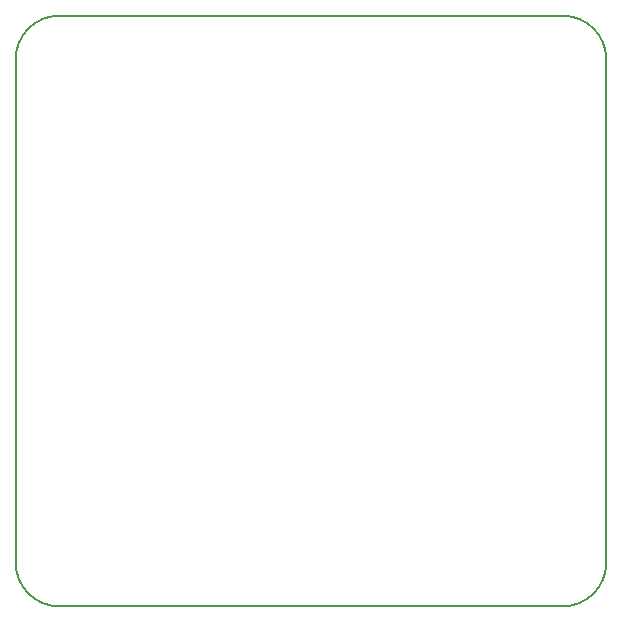
<source format=gko>
G04 Layer_Color=16711935*
%FSLAX25Y25*%
%MOIN*%
G70*
G01*
G75*
%ADD32C,0.00600*%
D32*
X-0Y160433D02*
G03*
X0Y160433I0J0D01*
G01*
X-0Y14491D02*
G03*
X14491Y0I14491J0D01*
G01*
X182360D02*
G03*
X196850Y14491I0J14491D01*
G01*
Y182360D02*
G03*
X182360Y196850I-14491J0D01*
G01*
X14491D02*
G03*
X0Y182360I0J-14491D01*
G01*
X-0Y14491D02*
Y160433D01*
X14491Y0D02*
X182360D01*
X196850Y14491D02*
Y182360D01*
X14491Y196850D02*
X182360D01*
X0Y164370D02*
Y182360D01*
Y138779D02*
Y164370D01*
M02*

</source>
